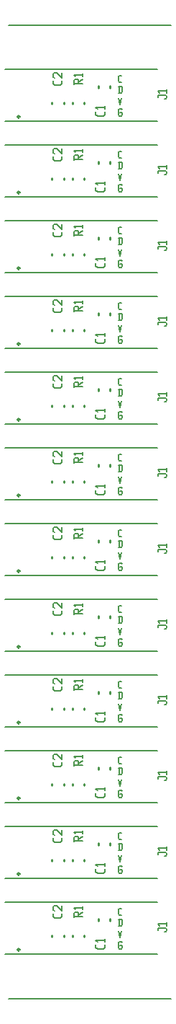
<source format=gbr>
G04 start of page 9 for group -4079 idx -4079 *
G04 Title: (unknown), topsilk *
G04 Creator: pcb 4.0.2 *
G04 CreationDate: Mon Jan 22 00:33:22 2024 UTC *
G04 For: railfan *
G04 Format: Gerber/RS-274X *
G04 PCB-Dimensions (mil): 3000.00 5500.00 *
G04 PCB-Coordinate-Origin: lower left *
%MOIN*%
%FSLAX25Y25*%
%LNTOPSILK*%
%ADD36C,0.0100*%
%ADD35C,0.0080*%
G54D35*X61000Y94500D02*X131500D01*
Y70500D02*X61000D01*
X62500Y50000D02*X138000D01*
X131500Y105500D02*X61000D01*
Y129500D02*X131500D01*
X61000Y164500D02*X131500D01*
Y140500D02*X61000D01*
Y199500D02*X131500D01*
Y210500D02*X61000D01*
X131500Y175500D02*X61000D01*
X62500Y500000D02*X138000D01*
X61000Y479500D02*X131500D01*
X61000Y234500D02*X131500D01*
X61000Y269500D02*X131500D01*
Y245500D02*X61000D01*
Y304500D02*X131500D01*
Y280500D02*X61000D01*
Y339500D02*X131500D01*
Y315500D02*X61000D01*
Y374500D02*X131500D01*
Y350500D02*X61000D01*
Y409500D02*X131500D01*
Y385500D02*X61000D01*
Y444500D02*X131500D01*
Y420500D02*X61000D01*
X131500Y455500D02*X61000D01*
X113500Y151240D02*X114260Y148200D01*
X115020Y151240D01*
X115040Y146230D02*X115425Y145845D01*
X113885Y146230D02*X115040D01*
X113500Y145845D02*X113885Y146230D01*
X113500Y145845D02*Y143535D01*
X113885Y143150D01*
X115040D01*
X115425Y143535D01*
Y144305D02*Y143535D01*
X115040Y144690D02*X115425Y144305D01*
X114270Y144690D02*X115040D01*
X113885Y156730D02*Y153650D01*
X114886Y156730D02*X115425Y156191D01*
Y154189D01*
X114886Y153650D02*X115425Y154189D01*
X113500Y153650D02*X114886D01*
X113500Y156730D02*X114886D01*
X114039Y158650D02*X115040D01*
X113500Y159189D02*X114039Y158650D01*
X113500Y161191D02*Y159189D01*
Y161191D02*X114039Y161730D01*
X115040D01*
X113500Y186240D02*X114260Y183200D01*
X115020Y186240D01*
X115040Y181230D02*X115425Y180845D01*
X113885Y181230D02*X115040D01*
X113500Y180845D02*X113885Y181230D01*
X113500Y180845D02*Y178535D01*
X113885Y178150D01*
X115040D01*
X115425Y178535D01*
Y179305D02*Y178535D01*
X115040Y179690D02*X115425Y179305D01*
X114270Y179690D02*X115040D01*
X113885Y191730D02*Y188650D01*
X114886Y191730D02*X115425Y191191D01*
Y189189D01*
X114886Y188650D02*X115425Y189189D01*
X113500Y188650D02*X114886D01*
X113500Y191730D02*X114886D01*
X114039Y193650D02*X115040D01*
X113500Y194189D02*X114039Y193650D01*
X113500Y196191D02*Y194189D01*
Y196191D02*X114039Y196730D01*
X115040D01*
X113500Y221240D02*X114260Y218200D01*
X115020Y221240D01*
X113885Y226730D02*Y223650D01*
X114886Y226730D02*X115425Y226191D01*
Y224189D01*
X114886Y223650D02*X115425Y224189D01*
X113500Y223650D02*X114886D01*
X113500Y226730D02*X114886D01*
X115040Y216230D02*X115425Y215845D01*
X113885Y216230D02*X115040D01*
X113500Y215845D02*X113885Y216230D01*
X113500Y215845D02*Y213535D01*
X113885Y213150D01*
X115040D01*
X115425Y213535D01*
Y214305D02*Y213535D01*
X115040Y214690D02*X115425Y214305D01*
X114270Y214690D02*X115040D01*
X113500Y116240D02*X114260Y113200D01*
X115020Y116240D01*
X113885Y121730D02*Y118650D01*
X114886Y121730D02*X115425Y121191D01*
Y119189D01*
X114886Y118650D02*X115425Y119189D01*
X113500Y118650D02*X114886D01*
X113500Y121730D02*X114886D01*
X114039Y123650D02*X115040D01*
X113500Y124189D02*X114039Y123650D01*
X113500Y126191D02*Y124189D01*
Y126191D02*X114039Y126730D01*
X115040D01*
X113500Y81240D02*X114260Y78200D01*
X115020Y81240D01*
X113885Y86730D02*Y83650D01*
X114886Y86730D02*X115425Y86191D01*
Y84189D01*
X114886Y83650D02*X115425Y84189D01*
X113500Y83650D02*X114886D01*
X113500Y86730D02*X114886D01*
X114039Y88650D02*X115040D01*
X113500Y89189D02*X114039Y88650D01*
X113500Y91191D02*Y89189D01*
Y91191D02*X114039Y91730D01*
X115040D01*
Y76230D02*X115425Y75845D01*
X113885Y76230D02*X115040D01*
X113500Y75845D02*X113885Y76230D01*
X113500Y75845D02*Y73535D01*
X113885Y73150D01*
X115040D01*
X115425Y73535D01*
Y74305D02*Y73535D01*
X115040Y74690D02*X115425Y74305D01*
X114270Y74690D02*X115040D01*
Y111230D02*X115425Y110845D01*
X113885Y111230D02*X115040D01*
X113500Y110845D02*X113885Y111230D01*
X113500Y110845D02*Y108535D01*
X113885Y108150D01*
X115040D01*
X115425Y108535D01*
Y109305D02*Y108535D01*
X115040Y109690D02*X115425Y109305D01*
X114270Y109690D02*X115040D01*
X114039Y228650D02*X115040D01*
X113500Y229189D02*X114039Y228650D01*
X113500Y231191D02*Y229189D01*
Y231191D02*X114039Y231730D01*
X115040D01*
X113500Y256240D02*X114260Y253200D01*
X115020Y256240D01*
X113885Y261730D02*Y258650D01*
X114886Y261730D02*X115425Y261191D01*
Y259189D01*
X114886Y258650D02*X115425Y259189D01*
X113500Y258650D02*X114886D01*
X113500Y261730D02*X114886D01*
X114039Y263650D02*X115040D01*
X113500Y264189D02*X114039Y263650D01*
X113500Y266191D02*Y264189D01*
Y266191D02*X114039Y266730D01*
X115040D01*
Y251230D02*X115425Y250845D01*
X113885Y251230D02*X115040D01*
X113500Y250845D02*X113885Y251230D01*
X113500Y250845D02*Y248535D01*
X113885Y248150D01*
X115040D01*
X115425Y248535D01*
Y249305D02*Y248535D01*
X115040Y249690D02*X115425Y249305D01*
X114270Y249690D02*X115040D01*
X113500Y291240D02*X114260Y288200D01*
X115020Y291240D01*
X113885Y296730D02*Y293650D01*
X114886Y296730D02*X115425Y296191D01*
Y294189D01*
X114886Y293650D02*X115425Y294189D01*
X113500Y293650D02*X114886D01*
X113500Y296730D02*X114886D01*
X114039Y298650D02*X115040D01*
X113500Y299189D02*X114039Y298650D01*
X113500Y301191D02*Y299189D01*
Y301191D02*X114039Y301730D01*
X115040D01*
Y286230D02*X115425Y285845D01*
X113885Y286230D02*X115040D01*
X113500Y285845D02*X113885Y286230D01*
X113500Y285845D02*Y283535D01*
X113885Y283150D01*
X115040D01*
X115425Y283535D01*
Y284305D02*Y283535D01*
X115040Y284690D02*X115425Y284305D01*
X114270Y284690D02*X115040D01*
X113500Y326240D02*X114260Y323200D01*
X115020Y326240D01*
X115040Y321230D02*X115425Y320845D01*
X113885Y321230D02*X115040D01*
X113500Y320845D02*X113885Y321230D01*
X113500Y320845D02*Y318535D01*
X113885Y318150D01*
X115040D01*
X115425Y318535D01*
Y319305D02*Y318535D01*
X115040Y319690D02*X115425Y319305D01*
X114270Y319690D02*X115040D01*
X113885Y331730D02*Y328650D01*
X114886Y331730D02*X115425Y331191D01*
Y329189D01*
X114886Y328650D02*X115425Y329189D01*
X113500Y328650D02*X114886D01*
X113500Y331730D02*X114886D01*
X114039Y333650D02*X115040D01*
X113500Y334189D02*X114039Y333650D01*
X113500Y336191D02*Y334189D01*
Y336191D02*X114039Y336730D01*
X115040D01*
Y356230D02*X115425Y355845D01*
X113885Y356230D02*X115040D01*
X113500Y355845D02*X113885Y356230D01*
X113500Y355845D02*Y353535D01*
X113885Y353150D01*
X115040D01*
X115425Y353535D01*
Y354305D02*Y353535D01*
X115040Y354690D02*X115425Y354305D01*
X114270Y354690D02*X115040D01*
X113500Y361240D02*X114260Y358200D01*
X115020Y361240D01*
X113885Y366730D02*Y363650D01*
X114886Y366730D02*X115425Y366191D01*
Y364189D01*
X114886Y363650D02*X115425Y364189D01*
X113500Y363650D02*X114886D01*
X113500Y366730D02*X114886D01*
X114039Y368650D02*X115040D01*
X113500Y369189D02*X114039Y368650D01*
X113500Y371191D02*Y369189D01*
Y371191D02*X114039Y371730D01*
X115040D01*
X113500Y396240D02*X114260Y393200D01*
X115020Y396240D01*
X115040Y391230D02*X115425Y390845D01*
X113885Y391230D02*X115040D01*
X113500Y390845D02*X113885Y391230D01*
X113500Y390845D02*Y388535D01*
X113885Y388150D01*
X115040D01*
X115425Y388535D01*
Y389305D02*Y388535D01*
X115040Y389690D02*X115425Y389305D01*
X114270Y389690D02*X115040D01*
X113885Y401730D02*Y398650D01*
X114886Y401730D02*X115425Y401191D01*
Y399189D01*
X114886Y398650D02*X115425Y399189D01*
X113500Y398650D02*X114886D01*
X113500Y401730D02*X114886D01*
X114039Y403650D02*X115040D01*
X113500Y404189D02*X114039Y403650D01*
X113500Y406191D02*Y404189D01*
Y406191D02*X114039Y406730D01*
X115040D01*
X113500Y431240D02*X114260Y428200D01*
X115020Y431240D01*
X113885Y436730D02*Y433650D01*
X114886Y436730D02*X115425Y436191D01*
Y434189D01*
X114886Y433650D02*X115425Y434189D01*
X113500Y433650D02*X114886D01*
X113500Y436730D02*X114886D01*
X114039Y438650D02*X115040D01*
X113500Y439189D02*X114039Y438650D01*
X113500Y441191D02*Y439189D01*
Y441191D02*X114039Y441730D01*
X115040D01*
Y426230D02*X115425Y425845D01*
X113885Y426230D02*X115040D01*
X113500Y425845D02*X113885Y426230D01*
X113500Y425845D02*Y423535D01*
X113885Y423150D01*
X115040D01*
X115425Y423535D01*
Y424305D02*Y423535D01*
X115040Y424690D02*X115425Y424305D01*
X114270Y424690D02*X115040D01*
X113500Y466240D02*X114260Y463200D01*
X115020Y466240D01*
X113885Y471730D02*Y468650D01*
X114886Y471730D02*X115425Y471191D01*
Y469189D01*
X114886Y468650D02*X115425Y469189D01*
X113500Y468650D02*X114886D01*
X113500Y471730D02*X114886D01*
X114039Y473650D02*X115040D01*
X113500Y474189D02*X114039Y473650D01*
X113500Y476191D02*Y474189D01*
Y476191D02*X114039Y476730D01*
X115040D01*
Y461230D02*X115425Y460845D01*
X113885Y461230D02*X115040D01*
X113500Y460845D02*X113885Y461230D01*
X113500Y460845D02*Y458535D01*
X113885Y458150D01*
X115040D01*
X115425Y458535D01*
Y459305D02*Y458535D01*
X115040Y459690D02*X115425Y459305D01*
X114270Y459690D02*X115040D01*
G54D36*X67837Y352732D02*G75*G03X67837Y352732I-500J0D01*G01*
X82745Y359393D02*Y358607D01*
X88255Y359393D02*Y358607D01*
X82745Y394393D02*Y393607D01*
X88255Y394393D02*Y393607D01*
X82745Y429393D02*Y428607D01*
X88255Y429393D02*Y428607D01*
X82745Y464393D02*Y463607D01*
X88255Y464393D02*Y463607D01*
X92245Y359393D02*Y358607D01*
X97755Y359393D02*Y358607D01*
X92245Y394393D02*Y393607D01*
X97755Y394393D02*Y393607D01*
X92245Y429393D02*Y428607D01*
X97755Y429393D02*Y428607D01*
X92245Y464393D02*Y463607D01*
X97755Y464393D02*Y463607D01*
X109755Y366893D02*Y366107D01*
X104245Y366893D02*Y366107D01*
X109755Y401893D02*Y401107D01*
X104245Y401893D02*Y401107D01*
X109755Y436893D02*Y436107D01*
X104245Y436893D02*Y436107D01*
X109755Y471893D02*Y471107D01*
X104245Y471893D02*Y471107D01*
X67837Y387732D02*G75*G03X67837Y387732I-500J0D01*G01*
Y422732D02*G75*G03X67837Y422732I-500J0D01*G01*
Y457732D02*G75*G03X67837Y457732I-500J0D01*G01*
X109755Y86893D02*Y86107D01*
X104245Y86893D02*Y86107D01*
X67837Y72732D02*G75*G03X67837Y72732I-500J0D01*G01*
X82745Y79393D02*Y78607D01*
X88255Y79393D02*Y78607D01*
X92245Y79393D02*Y78607D01*
X97755Y79393D02*Y78607D01*
X67837Y107732D02*G75*G03X67837Y107732I-500J0D01*G01*
Y142732D02*G75*G03X67837Y142732I-500J0D01*G01*
Y177732D02*G75*G03X67837Y177732I-500J0D01*G01*
Y212732D02*G75*G03X67837Y212732I-500J0D01*G01*
Y247732D02*G75*G03X67837Y247732I-500J0D01*G01*
Y317732D02*G75*G03X67837Y317732I-500J0D01*G01*
X82745Y114393D02*Y113607D01*
X88255Y114393D02*Y113607D01*
X82745Y149393D02*Y148607D01*
X88255Y149393D02*Y148607D01*
X82745Y219393D02*Y218607D01*
X88255Y219393D02*Y218607D01*
X82745Y254393D02*Y253607D01*
X88255Y254393D02*Y253607D01*
X82745Y289393D02*Y288607D01*
X88255Y289393D02*Y288607D01*
X82745Y324393D02*Y323607D01*
X88255Y324393D02*Y323607D01*
X92245Y114393D02*Y113607D01*
X97755Y114393D02*Y113607D01*
X109755Y121893D02*Y121107D01*
X104245Y121893D02*Y121107D01*
X92245Y149393D02*Y148607D01*
X97755Y149393D02*Y148607D01*
X109755Y156893D02*Y156107D01*
X104245Y156893D02*Y156107D01*
X82745Y184393D02*Y183607D01*
X88255Y184393D02*Y183607D01*
X92245Y184393D02*Y183607D01*
X97755Y184393D02*Y183607D01*
X109755Y191893D02*Y191107D01*
X104245Y191893D02*Y191107D01*
X92245Y219393D02*Y218607D01*
X97755Y219393D02*Y218607D01*
X109755Y226893D02*Y226107D01*
X104245Y226893D02*Y226107D01*
X92245Y254393D02*Y253607D01*
X97755Y254393D02*Y253607D01*
X109755Y261893D02*Y261107D01*
X104245Y261893D02*Y261107D01*
X67837Y282732D02*G75*G03X67837Y282732I-500J0D01*G01*
X92245Y289393D02*Y288607D01*
X97755Y289393D02*Y288607D01*
X109755Y296893D02*Y296107D01*
X104245Y296893D02*Y296107D01*
X92245Y324393D02*Y323607D01*
X97755Y324393D02*Y323607D01*
X109755Y331893D02*Y331107D01*
X104245Y331893D02*Y331107D01*
G54D35*X107250Y74960D02*Y73621D01*
X106529Y72900D02*X107250Y73621D01*
X103851Y72900D02*X106529D01*
X103851D02*X103130Y73621D01*
Y74960D02*Y73621D01*
X103954Y76196D02*X103130Y77020D01*
X107250D01*
Y77741D02*Y76196D01*
X132000Y82500D02*Y81700D01*
Y82500D02*X135500D01*
X136000Y82000D02*X135500Y82500D01*
X136000Y82000D02*Y81500D01*
X135500Y81000D02*X136000Y81500D01*
X135000Y81000D02*X135500D01*
X132800Y83700D02*X132000Y84500D01*
X136000D01*
Y85200D02*Y83700D01*
X87357Y89343D02*Y88043D01*
X86657Y87343D02*X87357Y88043D01*
X84057Y87343D02*X86657D01*
X84057D02*X83357Y88043D01*
Y89343D02*Y88043D01*
X83857Y90543D02*X83357Y91043D01*
Y92543D02*Y91043D01*
Y92543D02*X83857Y93043D01*
X84857D01*
X87357Y90543D02*X84857Y93043D01*
X87357D02*Y90543D01*
X93000Y89500D02*Y87500D01*
Y89500D02*X93500Y90000D01*
X94500D01*
X95000Y89500D02*X94500Y90000D01*
X95000Y89500D02*Y88000D01*
X93000D02*X97000D01*
X95000Y88800D02*X97000Y90000D01*
X93800Y91200D02*X93000Y92000D01*
X97000D01*
Y92700D02*Y91200D01*
X93000Y124500D02*Y122500D01*
Y124500D02*X93500Y125000D01*
X94500D01*
X95000Y124500D02*X94500Y125000D01*
X95000Y124500D02*Y123000D01*
X93000D02*X97000D01*
X95000Y123800D02*X97000Y125000D01*
X93800Y126200D02*X93000Y127000D01*
X97000D01*
Y127700D02*Y126200D01*
X107250Y109960D02*Y108621D01*
X106529Y107900D02*X107250Y108621D01*
X103851Y107900D02*X106529D01*
X103851D02*X103130Y108621D01*
Y109960D02*Y108621D01*
X103954Y111196D02*X103130Y112020D01*
X107250D01*
Y112741D02*Y111196D01*
X132000Y117500D02*Y116700D01*
Y117500D02*X135500D01*
X136000Y117000D02*X135500Y117500D01*
X136000Y117000D02*Y116500D01*
X135500Y116000D02*X136000Y116500D01*
X135000Y116000D02*X135500D01*
X132800Y118700D02*X132000Y119500D01*
X136000D01*
Y120200D02*Y118700D01*
X87357Y124343D02*Y123043D01*
X86657Y122343D02*X87357Y123043D01*
X84057Y122343D02*X86657D01*
X84057D02*X83357Y123043D01*
Y124343D02*Y123043D01*
X83857Y125543D02*X83357Y126043D01*
Y127543D02*Y126043D01*
Y127543D02*X83857Y128043D01*
X84857D01*
X87357Y125543D02*X84857Y128043D01*
X87357D02*Y125543D01*
Y159343D02*Y158043D01*
X86657Y157343D02*X87357Y158043D01*
X84057Y157343D02*X86657D01*
X84057D02*X83357Y158043D01*
Y159343D02*Y158043D01*
X83857Y160543D02*X83357Y161043D01*
Y162543D02*Y161043D01*
Y162543D02*X83857Y163043D01*
X84857D01*
X87357Y160543D02*X84857Y163043D01*
X87357D02*Y160543D01*
X93000Y159500D02*Y157500D01*
Y159500D02*X93500Y160000D01*
X94500D01*
X95000Y159500D02*X94500Y160000D01*
X95000Y159500D02*Y158000D01*
X93000D02*X97000D01*
X95000Y158800D02*X97000Y160000D01*
X93800Y161200D02*X93000Y162000D01*
X97000D01*
Y162700D02*Y161200D01*
X107250Y144960D02*Y143621D01*
X106529Y142900D02*X107250Y143621D01*
X103851Y142900D02*X106529D01*
X103851D02*X103130Y143621D01*
Y144960D02*Y143621D01*
X103954Y146196D02*X103130Y147020D01*
X107250D01*
Y147741D02*Y146196D01*
X132000Y152500D02*Y151700D01*
Y152500D02*X135500D01*
X136000Y152000D02*X135500Y152500D01*
X136000Y152000D02*Y151500D01*
X135500Y151000D02*X136000Y151500D01*
X135000Y151000D02*X135500D01*
X132800Y153700D02*X132000Y154500D01*
X136000D01*
Y155200D02*Y153700D01*
X132000Y187500D02*Y186700D01*
Y187500D02*X135500D01*
X136000Y187000D02*X135500Y187500D01*
X136000Y187000D02*Y186500D01*
X135500Y186000D02*X136000Y186500D01*
X135000Y186000D02*X135500D01*
X132800Y188700D02*X132000Y189500D01*
X136000D01*
Y190200D02*Y188700D01*
X87357Y194343D02*Y193043D01*
X86657Y192343D02*X87357Y193043D01*
X84057Y192343D02*X86657D01*
X84057D02*X83357Y193043D01*
Y194343D02*Y193043D01*
X83857Y195543D02*X83357Y196043D01*
Y197543D02*Y196043D01*
Y197543D02*X83857Y198043D01*
X84857D01*
X87357Y195543D02*X84857Y198043D01*
X87357D02*Y195543D01*
X93000Y194500D02*Y192500D01*
Y194500D02*X93500Y195000D01*
X94500D01*
X95000Y194500D02*X94500Y195000D01*
X95000Y194500D02*Y193000D01*
X93000D02*X97000D01*
X95000Y193800D02*X97000Y195000D01*
X93800Y196200D02*X93000Y197000D01*
X97000D01*
Y197700D02*Y196200D01*
X107250Y179960D02*Y178621D01*
X106529Y177900D02*X107250Y178621D01*
X103851Y177900D02*X106529D01*
X103851D02*X103130Y178621D01*
Y179960D02*Y178621D01*
X103954Y181196D02*X103130Y182020D01*
X107250D01*
Y182741D02*Y181196D01*
Y214960D02*Y213621D01*
X106529Y212900D02*X107250Y213621D01*
X103851Y212900D02*X106529D01*
X103851D02*X103130Y213621D01*
Y214960D02*Y213621D01*
X103954Y216196D02*X103130Y217020D01*
X107250D01*
Y217741D02*Y216196D01*
X87357Y229343D02*Y228043D01*
X86657Y227343D02*X87357Y228043D01*
X84057Y227343D02*X86657D01*
X84057D02*X83357Y228043D01*
Y229343D02*Y228043D01*
X83857Y230543D02*X83357Y231043D01*
Y232543D02*Y231043D01*
Y232543D02*X83857Y233043D01*
X84857D01*
X87357Y230543D02*X84857Y233043D01*
X87357D02*Y230543D01*
X107250Y249960D02*Y248621D01*
X106529Y247900D02*X107250Y248621D01*
X103851Y247900D02*X106529D01*
X103851D02*X103130Y248621D01*
Y249960D02*Y248621D01*
X103954Y251196D02*X103130Y252020D01*
X107250D01*
Y252741D02*Y251196D01*
X132000Y257500D02*Y256700D01*
Y257500D02*X135500D01*
X136000Y257000D02*X135500Y257500D01*
X136000Y257000D02*Y256500D01*
X135500Y256000D02*X136000Y256500D01*
X135000Y256000D02*X135500D01*
X132800Y258700D02*X132000Y259500D01*
X136000D01*
Y260200D02*Y258700D01*
X93000Y229500D02*Y227500D01*
Y229500D02*X93500Y230000D01*
X94500D01*
X95000Y229500D02*X94500Y230000D01*
X95000Y229500D02*Y228000D01*
X93000D02*X97000D01*
X95000Y228800D02*X97000Y230000D01*
X93800Y231200D02*X93000Y232000D01*
X97000D01*
Y232700D02*Y231200D01*
X132000Y222500D02*Y221700D01*
Y222500D02*X135500D01*
X136000Y222000D02*X135500Y222500D01*
X136000Y222000D02*Y221500D01*
X135500Y221000D02*X136000Y221500D01*
X135000Y221000D02*X135500D01*
X132800Y223700D02*X132000Y224500D01*
X136000D01*
Y225200D02*Y223700D01*
X87357Y264343D02*Y263043D01*
X86657Y262343D02*X87357Y263043D01*
X84057Y262343D02*X86657D01*
X84057D02*X83357Y263043D01*
Y264343D02*Y263043D01*
X83857Y265543D02*X83357Y266043D01*
Y267543D02*Y266043D01*
Y267543D02*X83857Y268043D01*
X84857D01*
X87357Y265543D02*X84857Y268043D01*
X87357D02*Y265543D01*
X93000Y264500D02*Y262500D01*
Y264500D02*X93500Y265000D01*
X94500D01*
X95000Y264500D02*X94500Y265000D01*
X95000Y264500D02*Y263000D01*
X93000D02*X97000D01*
X95000Y263800D02*X97000Y265000D01*
X93800Y266200D02*X93000Y267000D01*
X97000D01*
Y267700D02*Y266200D01*
X107250Y284960D02*Y283621D01*
X106529Y282900D02*X107250Y283621D01*
X103851Y282900D02*X106529D01*
X103851D02*X103130Y283621D01*
Y284960D02*Y283621D01*
X103954Y286196D02*X103130Y287020D01*
X107250D01*
Y287741D02*Y286196D01*
X132000Y292500D02*Y291700D01*
Y292500D02*X135500D01*
X136000Y292000D02*X135500Y292500D01*
X136000Y292000D02*Y291500D01*
X135500Y291000D02*X136000Y291500D01*
X135000Y291000D02*X135500D01*
X132800Y293700D02*X132000Y294500D01*
X136000D01*
Y295200D02*Y293700D01*
X87357Y299343D02*Y298043D01*
X86657Y297343D02*X87357Y298043D01*
X84057Y297343D02*X86657D01*
X84057D02*X83357Y298043D01*
Y299343D02*Y298043D01*
X83857Y300543D02*X83357Y301043D01*
Y302543D02*Y301043D01*
Y302543D02*X83857Y303043D01*
X84857D01*
X87357Y300543D02*X84857Y303043D01*
X87357D02*Y300543D01*
X93000Y299500D02*Y297500D01*
Y299500D02*X93500Y300000D01*
X94500D01*
X95000Y299500D02*X94500Y300000D01*
X95000Y299500D02*Y298000D01*
X93000D02*X97000D01*
X95000Y298800D02*X97000Y300000D01*
X93800Y301200D02*X93000Y302000D01*
X97000D01*
Y302700D02*Y301200D01*
X87357Y334343D02*Y333043D01*
X86657Y332343D02*X87357Y333043D01*
X84057Y332343D02*X86657D01*
X84057D02*X83357Y333043D01*
Y334343D02*Y333043D01*
X83857Y335543D02*X83357Y336043D01*
Y337543D02*Y336043D01*
Y337543D02*X83857Y338043D01*
X84857D01*
X87357Y335543D02*X84857Y338043D01*
X87357D02*Y335543D01*
X93000Y334500D02*Y332500D01*
Y334500D02*X93500Y335000D01*
X94500D01*
X95000Y334500D02*X94500Y335000D01*
X95000Y334500D02*Y333000D01*
X93000D02*X97000D01*
X95000Y333800D02*X97000Y335000D01*
X93800Y336200D02*X93000Y337000D01*
X97000D01*
Y337700D02*Y336200D01*
X107250Y319960D02*Y318621D01*
X106529Y317900D02*X107250Y318621D01*
X103851Y317900D02*X106529D01*
X103851D02*X103130Y318621D01*
Y319960D02*Y318621D01*
X103954Y321196D02*X103130Y322020D01*
X107250D01*
Y322741D02*Y321196D01*
Y354960D02*Y353621D01*
X106529Y352900D02*X107250Y353621D01*
X103851Y352900D02*X106529D01*
X103851D02*X103130Y353621D01*
Y354960D02*Y353621D01*
X103954Y356196D02*X103130Y357020D01*
X107250D01*
Y357741D02*Y356196D01*
X132000Y327500D02*Y326700D01*
Y327500D02*X135500D01*
X136000Y327000D02*X135500Y327500D01*
X136000Y327000D02*Y326500D01*
X135500Y326000D02*X136000Y326500D01*
X135000Y326000D02*X135500D01*
X132800Y328700D02*X132000Y329500D01*
X136000D01*
Y330200D02*Y328700D01*
X132000Y362500D02*Y361700D01*
Y362500D02*X135500D01*
X136000Y362000D02*X135500Y362500D01*
X136000Y362000D02*Y361500D01*
X135500Y361000D02*X136000Y361500D01*
X135000Y361000D02*X135500D01*
X132800Y363700D02*X132000Y364500D01*
X136000D01*
Y365200D02*Y363700D01*
X87357Y369343D02*Y368043D01*
X86657Y367343D02*X87357Y368043D01*
X84057Y367343D02*X86657D01*
X84057D02*X83357Y368043D01*
Y369343D02*Y368043D01*
X83857Y370543D02*X83357Y371043D01*
Y372543D02*Y371043D01*
Y372543D02*X83857Y373043D01*
X84857D01*
X87357Y370543D02*X84857Y373043D01*
X87357D02*Y370543D01*
X93000Y369500D02*Y367500D01*
Y369500D02*X93500Y370000D01*
X94500D01*
X95000Y369500D02*X94500Y370000D01*
X95000Y369500D02*Y368000D01*
X93000D02*X97000D01*
X95000Y368800D02*X97000Y370000D01*
X93800Y371200D02*X93000Y372000D01*
X97000D01*
Y372700D02*Y371200D01*
X87357Y404343D02*Y403043D01*
X86657Y402343D02*X87357Y403043D01*
X84057Y402343D02*X86657D01*
X84057D02*X83357Y403043D01*
Y404343D02*Y403043D01*
X83857Y405543D02*X83357Y406043D01*
Y407543D02*Y406043D01*
Y407543D02*X83857Y408043D01*
X84857D01*
X87357Y405543D02*X84857Y408043D01*
X87357D02*Y405543D01*
X93000Y404500D02*Y402500D01*
Y404500D02*X93500Y405000D01*
X94500D01*
X95000Y404500D02*X94500Y405000D01*
X95000Y404500D02*Y403000D01*
X93000D02*X97000D01*
X95000Y403800D02*X97000Y405000D01*
X93800Y406200D02*X93000Y407000D01*
X97000D01*
Y407700D02*Y406200D01*
X107250Y389960D02*Y388621D01*
X106529Y387900D02*X107250Y388621D01*
X103851Y387900D02*X106529D01*
X103851D02*X103130Y388621D01*
Y389960D02*Y388621D01*
X103954Y391196D02*X103130Y392020D01*
X107250D01*
Y392741D02*Y391196D01*
Y424960D02*Y423621D01*
X106529Y422900D02*X107250Y423621D01*
X103851Y422900D02*X106529D01*
X103851D02*X103130Y423621D01*
Y424960D02*Y423621D01*
X103954Y426196D02*X103130Y427020D01*
X107250D01*
Y427741D02*Y426196D01*
X132000Y397500D02*Y396700D01*
Y397500D02*X135500D01*
X136000Y397000D02*X135500Y397500D01*
X136000Y397000D02*Y396500D01*
X135500Y396000D02*X136000Y396500D01*
X135000Y396000D02*X135500D01*
X132800Y398700D02*X132000Y399500D01*
X136000D01*
Y400200D02*Y398700D01*
X132000Y432500D02*Y431700D01*
Y432500D02*X135500D01*
X136000Y432000D02*X135500Y432500D01*
X136000Y432000D02*Y431500D01*
X135500Y431000D02*X136000Y431500D01*
X135000Y431000D02*X135500D01*
X132800Y433700D02*X132000Y434500D01*
X136000D01*
Y435200D02*Y433700D01*
X87357Y439343D02*Y438043D01*
X86657Y437343D02*X87357Y438043D01*
X84057Y437343D02*X86657D01*
X84057D02*X83357Y438043D01*
Y439343D02*Y438043D01*
X83857Y440543D02*X83357Y441043D01*
Y442543D02*Y441043D01*
Y442543D02*X83857Y443043D01*
X84857D01*
X87357Y440543D02*X84857Y443043D01*
X87357D02*Y440543D01*
X93000Y439500D02*Y437500D01*
Y439500D02*X93500Y440000D01*
X94500D01*
X95000Y439500D02*X94500Y440000D01*
X95000Y439500D02*Y438000D01*
X93000D02*X97000D01*
X95000Y438800D02*X97000Y440000D01*
X93800Y441200D02*X93000Y442000D01*
X97000D01*
Y442700D02*Y441200D01*
X87357Y474343D02*Y473043D01*
X86657Y472343D02*X87357Y473043D01*
X84057Y472343D02*X86657D01*
X84057D02*X83357Y473043D01*
Y474343D02*Y473043D01*
X83857Y475543D02*X83357Y476043D01*
Y477543D02*Y476043D01*
Y477543D02*X83857Y478043D01*
X84857D01*
X87357Y475543D02*X84857Y478043D01*
X87357D02*Y475543D01*
X93000Y474500D02*Y472500D01*
Y474500D02*X93500Y475000D01*
X94500D01*
X95000Y474500D02*X94500Y475000D01*
X95000Y474500D02*Y473000D01*
X93000D02*X97000D01*
X95000Y473800D02*X97000Y475000D01*
X93800Y476200D02*X93000Y477000D01*
X97000D01*
Y477700D02*Y476200D01*
X107250Y459960D02*Y458621D01*
X106529Y457900D02*X107250Y458621D01*
X103851Y457900D02*X106529D01*
X103851D02*X103130Y458621D01*
Y459960D02*Y458621D01*
X103954Y461196D02*X103130Y462020D01*
X107250D01*
Y462741D02*Y461196D01*
X132000Y467500D02*Y466700D01*
Y467500D02*X135500D01*
X136000Y467000D02*X135500Y467500D01*
X136000Y467000D02*Y466500D01*
X135500Y466000D02*X136000Y466500D01*
X135000Y466000D02*X135500D01*
X132800Y468700D02*X132000Y469500D01*
X136000D01*
Y470200D02*Y468700D01*
M02*

</source>
